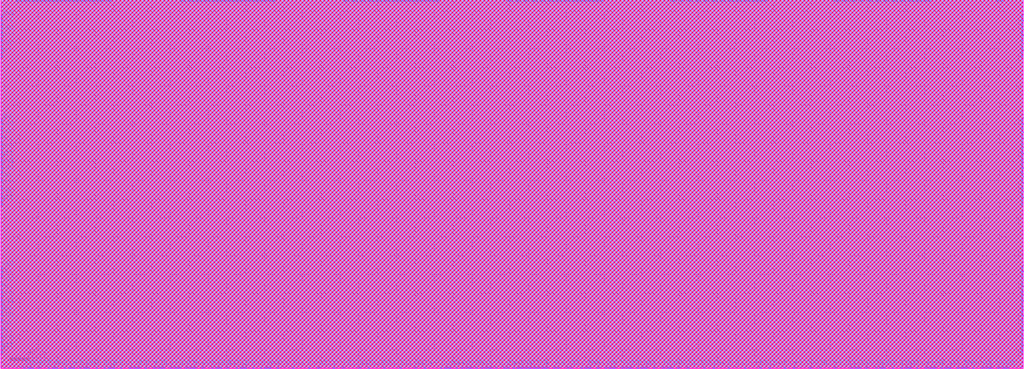
<source format=lef>
# 
#              Synchronous High Speed Single Port SRAM Compiler 
# 
#                    UMC 0.18um GenericII Logic Process
#    __________________________________________________________________________
# 
# 
#      (C) Copyright 2002-2009 Faraday Technology Corp. All Rights Reserved.
#    
#    This source code is an unpublished work belongs to Faraday Technology
#    Corp.  It is considered a trade secret and is not to be divulged or
#    used by parties who have not received written authorization from
#    Faraday Technology Corp.
#    
#    Faraday's home page can be found at:
#    http://www.faraday-tech.com/
#   
#       Module Name      : SRAM_192X32
#       Words            : 192
#       Bits             : 32
#       Byte-Write       : 1
#       Aspect Ratio     : 1
#       Output Loading   : 0.05  (pf)
#       Data Slew        : 0.02  (ns)
#       CK Slew          : 0.02  (ns)
#       Power Ring Width : 2  (um)
# 
# -----------------------------------------------------------------------------
# 
#       Library          : FSA0M_A
#       Memaker          : 200901.2.1
#       Date             : 2024/11/25 18:18:16
# 
# -----------------------------------------------------------------------------


NAMESCASESENSITIVE ON ;
MACRO SRAM_192X32
CLASS BLOCK ;
FOREIGN SRAM_192X32 0.000 0.000 ;
ORIGIN 0.000 0.000 ;
SIZE 542.500 BY 196.000 ;
SYMMETRY x y r90 ;
SITE core ;
PIN GND
  DIRECTION INOUT ;
  USE GROUND ;
  SHAPE ABUTMENT ;
 PORT
  LAYER ME4 ;
  RECT 541.380 184.580 542.500 187.820 ;
  LAYER ME3 ;
  RECT 541.380 184.580 542.500 187.820 ;
  LAYER ME2 ;
  RECT 541.380 184.580 542.500 187.820 ;
  LAYER ME1 ;
  RECT 541.380 184.580 542.500 187.820 ;
 END
 PORT
  LAYER ME4 ;
  RECT 541.380 176.740 542.500 179.980 ;
  LAYER ME3 ;
  RECT 541.380 176.740 542.500 179.980 ;
  LAYER ME2 ;
  RECT 541.380 176.740 542.500 179.980 ;
  LAYER ME1 ;
  RECT 541.380 176.740 542.500 179.980 ;
 END
 PORT
  LAYER ME4 ;
  RECT 541.380 168.900 542.500 172.140 ;
  LAYER ME3 ;
  RECT 541.380 168.900 542.500 172.140 ;
  LAYER ME2 ;
  RECT 541.380 168.900 542.500 172.140 ;
  LAYER ME1 ;
  RECT 541.380 168.900 542.500 172.140 ;
 END
 PORT
  LAYER ME4 ;
  RECT 541.380 129.700 542.500 132.940 ;
  LAYER ME3 ;
  RECT 541.380 129.700 542.500 132.940 ;
  LAYER ME2 ;
  RECT 541.380 129.700 542.500 132.940 ;
  LAYER ME1 ;
  RECT 541.380 129.700 542.500 132.940 ;
 END
 PORT
  LAYER ME4 ;
  RECT 541.380 121.860 542.500 125.100 ;
  LAYER ME3 ;
  RECT 541.380 121.860 542.500 125.100 ;
  LAYER ME2 ;
  RECT 541.380 121.860 542.500 125.100 ;
  LAYER ME1 ;
  RECT 541.380 121.860 542.500 125.100 ;
 END
 PORT
  LAYER ME4 ;
  RECT 541.380 114.020 542.500 117.260 ;
  LAYER ME3 ;
  RECT 541.380 114.020 542.500 117.260 ;
  LAYER ME2 ;
  RECT 541.380 114.020 542.500 117.260 ;
  LAYER ME1 ;
  RECT 541.380 114.020 542.500 117.260 ;
 END
 PORT
  LAYER ME4 ;
  RECT 541.380 106.180 542.500 109.420 ;
  LAYER ME3 ;
  RECT 541.380 106.180 542.500 109.420 ;
  LAYER ME2 ;
  RECT 541.380 106.180 542.500 109.420 ;
  LAYER ME1 ;
  RECT 541.380 106.180 542.500 109.420 ;
 END
 PORT
  LAYER ME4 ;
  RECT 541.380 98.340 542.500 101.580 ;
  LAYER ME3 ;
  RECT 541.380 98.340 542.500 101.580 ;
  LAYER ME2 ;
  RECT 541.380 98.340 542.500 101.580 ;
  LAYER ME1 ;
  RECT 541.380 98.340 542.500 101.580 ;
 END
 PORT
  LAYER ME4 ;
  RECT 541.380 90.500 542.500 93.740 ;
  LAYER ME3 ;
  RECT 541.380 90.500 542.500 93.740 ;
  LAYER ME2 ;
  RECT 541.380 90.500 542.500 93.740 ;
  LAYER ME1 ;
  RECT 541.380 90.500 542.500 93.740 ;
 END
 PORT
  LAYER ME4 ;
  RECT 541.380 51.300 542.500 54.540 ;
  LAYER ME3 ;
  RECT 541.380 51.300 542.500 54.540 ;
  LAYER ME2 ;
  RECT 541.380 51.300 542.500 54.540 ;
  LAYER ME1 ;
  RECT 541.380 51.300 542.500 54.540 ;
 END
 PORT
  LAYER ME4 ;
  RECT 541.380 43.460 542.500 46.700 ;
  LAYER ME3 ;
  RECT 541.380 43.460 542.500 46.700 ;
  LAYER ME2 ;
  RECT 541.380 43.460 542.500 46.700 ;
  LAYER ME1 ;
  RECT 541.380 43.460 542.500 46.700 ;
 END
 PORT
  LAYER ME4 ;
  RECT 541.380 35.620 542.500 38.860 ;
  LAYER ME3 ;
  RECT 541.380 35.620 542.500 38.860 ;
  LAYER ME2 ;
  RECT 541.380 35.620 542.500 38.860 ;
  LAYER ME1 ;
  RECT 541.380 35.620 542.500 38.860 ;
 END
 PORT
  LAYER ME4 ;
  RECT 541.380 27.780 542.500 31.020 ;
  LAYER ME3 ;
  RECT 541.380 27.780 542.500 31.020 ;
  LAYER ME2 ;
  RECT 541.380 27.780 542.500 31.020 ;
  LAYER ME1 ;
  RECT 541.380 27.780 542.500 31.020 ;
 END
 PORT
  LAYER ME4 ;
  RECT 541.380 19.940 542.500 23.180 ;
  LAYER ME3 ;
  RECT 541.380 19.940 542.500 23.180 ;
  LAYER ME2 ;
  RECT 541.380 19.940 542.500 23.180 ;
  LAYER ME1 ;
  RECT 541.380 19.940 542.500 23.180 ;
 END
 PORT
  LAYER ME4 ;
  RECT 541.380 12.100 542.500 15.340 ;
  LAYER ME3 ;
  RECT 541.380 12.100 542.500 15.340 ;
  LAYER ME2 ;
  RECT 541.380 12.100 542.500 15.340 ;
  LAYER ME1 ;
  RECT 541.380 12.100 542.500 15.340 ;
 END
 PORT
  LAYER ME4 ;
  RECT 0.000 184.580 1.120 187.820 ;
  LAYER ME3 ;
  RECT 0.000 184.580 1.120 187.820 ;
  LAYER ME2 ;
  RECT 0.000 184.580 1.120 187.820 ;
  LAYER ME1 ;
  RECT 0.000 184.580 1.120 187.820 ;
 END
 PORT
  LAYER ME4 ;
  RECT 0.000 176.740 1.120 179.980 ;
  LAYER ME3 ;
  RECT 0.000 176.740 1.120 179.980 ;
  LAYER ME2 ;
  RECT 0.000 176.740 1.120 179.980 ;
  LAYER ME1 ;
  RECT 0.000 176.740 1.120 179.980 ;
 END
 PORT
  LAYER ME4 ;
  RECT 0.000 168.900 1.120 172.140 ;
  LAYER ME3 ;
  RECT 0.000 168.900 1.120 172.140 ;
  LAYER ME2 ;
  RECT 0.000 168.900 1.120 172.140 ;
  LAYER ME1 ;
  RECT 0.000 168.900 1.120 172.140 ;
 END
 PORT
  LAYER ME4 ;
  RECT 0.000 129.700 1.120 132.940 ;
  LAYER ME3 ;
  RECT 0.000 129.700 1.120 132.940 ;
  LAYER ME2 ;
  RECT 0.000 129.700 1.120 132.940 ;
  LAYER ME1 ;
  RECT 0.000 129.700 1.120 132.940 ;
 END
 PORT
  LAYER ME4 ;
  RECT 0.000 121.860 1.120 125.100 ;
  LAYER ME3 ;
  RECT 0.000 121.860 1.120 125.100 ;
  LAYER ME2 ;
  RECT 0.000 121.860 1.120 125.100 ;
  LAYER ME1 ;
  RECT 0.000 121.860 1.120 125.100 ;
 END
 PORT
  LAYER ME4 ;
  RECT 0.000 114.020 1.120 117.260 ;
  LAYER ME3 ;
  RECT 0.000 114.020 1.120 117.260 ;
  LAYER ME2 ;
  RECT 0.000 114.020 1.120 117.260 ;
  LAYER ME1 ;
  RECT 0.000 114.020 1.120 117.260 ;
 END
 PORT
  LAYER ME4 ;
  RECT 0.000 106.180 1.120 109.420 ;
  LAYER ME3 ;
  RECT 0.000 106.180 1.120 109.420 ;
  LAYER ME2 ;
  RECT 0.000 106.180 1.120 109.420 ;
  LAYER ME1 ;
  RECT 0.000 106.180 1.120 109.420 ;
 END
 PORT
  LAYER ME4 ;
  RECT 0.000 98.340 1.120 101.580 ;
  LAYER ME3 ;
  RECT 0.000 98.340 1.120 101.580 ;
  LAYER ME2 ;
  RECT 0.000 98.340 1.120 101.580 ;
  LAYER ME1 ;
  RECT 0.000 98.340 1.120 101.580 ;
 END
 PORT
  LAYER ME4 ;
  RECT 0.000 90.500 1.120 93.740 ;
  LAYER ME3 ;
  RECT 0.000 90.500 1.120 93.740 ;
  LAYER ME2 ;
  RECT 0.000 90.500 1.120 93.740 ;
  LAYER ME1 ;
  RECT 0.000 90.500 1.120 93.740 ;
 END
 PORT
  LAYER ME4 ;
  RECT 0.000 51.300 1.120 54.540 ;
  LAYER ME3 ;
  RECT 0.000 51.300 1.120 54.540 ;
  LAYER ME2 ;
  RECT 0.000 51.300 1.120 54.540 ;
  LAYER ME1 ;
  RECT 0.000 51.300 1.120 54.540 ;
 END
 PORT
  LAYER ME4 ;
  RECT 0.000 43.460 1.120 46.700 ;
  LAYER ME3 ;
  RECT 0.000 43.460 1.120 46.700 ;
  LAYER ME2 ;
  RECT 0.000 43.460 1.120 46.700 ;
  LAYER ME1 ;
  RECT 0.000 43.460 1.120 46.700 ;
 END
 PORT
  LAYER ME4 ;
  RECT 0.000 35.620 1.120 38.860 ;
  LAYER ME3 ;
  RECT 0.000 35.620 1.120 38.860 ;
  LAYER ME2 ;
  RECT 0.000 35.620 1.120 38.860 ;
  LAYER ME1 ;
  RECT 0.000 35.620 1.120 38.860 ;
 END
 PORT
  LAYER ME4 ;
  RECT 0.000 27.780 1.120 31.020 ;
  LAYER ME3 ;
  RECT 0.000 27.780 1.120 31.020 ;
  LAYER ME2 ;
  RECT 0.000 27.780 1.120 31.020 ;
  LAYER ME1 ;
  RECT 0.000 27.780 1.120 31.020 ;
 END
 PORT
  LAYER ME4 ;
  RECT 0.000 19.940 1.120 23.180 ;
  LAYER ME3 ;
  RECT 0.000 19.940 1.120 23.180 ;
  LAYER ME2 ;
  RECT 0.000 19.940 1.120 23.180 ;
  LAYER ME1 ;
  RECT 0.000 19.940 1.120 23.180 ;
 END
 PORT
  LAYER ME4 ;
  RECT 0.000 12.100 1.120 15.340 ;
  LAYER ME3 ;
  RECT 0.000 12.100 1.120 15.340 ;
  LAYER ME2 ;
  RECT 0.000 12.100 1.120 15.340 ;
  LAYER ME1 ;
  RECT 0.000 12.100 1.120 15.340 ;
 END
 PORT
  LAYER ME4 ;
  RECT 489.580 194.880 493.120 196.000 ;
  LAYER ME3 ;
  RECT 489.580 194.880 493.120 196.000 ;
  LAYER ME2 ;
  RECT 489.580 194.880 493.120 196.000 ;
  LAYER ME1 ;
  RECT 489.580 194.880 493.120 196.000 ;
 END
 PORT
  LAYER ME4 ;
  RECT 480.900 194.880 484.440 196.000 ;
  LAYER ME3 ;
  RECT 480.900 194.880 484.440 196.000 ;
  LAYER ME2 ;
  RECT 480.900 194.880 484.440 196.000 ;
  LAYER ME1 ;
  RECT 480.900 194.880 484.440 196.000 ;
 END
 PORT
  LAYER ME4 ;
  RECT 472.220 194.880 475.760 196.000 ;
  LAYER ME3 ;
  RECT 472.220 194.880 475.760 196.000 ;
  LAYER ME2 ;
  RECT 472.220 194.880 475.760 196.000 ;
  LAYER ME1 ;
  RECT 472.220 194.880 475.760 196.000 ;
 END
 PORT
  LAYER ME4 ;
  RECT 463.540 194.880 467.080 196.000 ;
  LAYER ME3 ;
  RECT 463.540 194.880 467.080 196.000 ;
  LAYER ME2 ;
  RECT 463.540 194.880 467.080 196.000 ;
  LAYER ME1 ;
  RECT 463.540 194.880 467.080 196.000 ;
 END
 PORT
  LAYER ME4 ;
  RECT 454.860 194.880 458.400 196.000 ;
  LAYER ME3 ;
  RECT 454.860 194.880 458.400 196.000 ;
  LAYER ME2 ;
  RECT 454.860 194.880 458.400 196.000 ;
  LAYER ME1 ;
  RECT 454.860 194.880 458.400 196.000 ;
 END
 PORT
  LAYER ME4 ;
  RECT 446.180 194.880 449.720 196.000 ;
  LAYER ME3 ;
  RECT 446.180 194.880 449.720 196.000 ;
  LAYER ME2 ;
  RECT 446.180 194.880 449.720 196.000 ;
  LAYER ME1 ;
  RECT 446.180 194.880 449.720 196.000 ;
 END
 PORT
  LAYER ME4 ;
  RECT 402.780 194.880 406.320 196.000 ;
  LAYER ME3 ;
  RECT 402.780 194.880 406.320 196.000 ;
  LAYER ME2 ;
  RECT 402.780 194.880 406.320 196.000 ;
  LAYER ME1 ;
  RECT 402.780 194.880 406.320 196.000 ;
 END
 PORT
  LAYER ME4 ;
  RECT 394.100 194.880 397.640 196.000 ;
  LAYER ME3 ;
  RECT 394.100 194.880 397.640 196.000 ;
  LAYER ME2 ;
  RECT 394.100 194.880 397.640 196.000 ;
  LAYER ME1 ;
  RECT 394.100 194.880 397.640 196.000 ;
 END
 PORT
  LAYER ME4 ;
  RECT 385.420 194.880 388.960 196.000 ;
  LAYER ME3 ;
  RECT 385.420 194.880 388.960 196.000 ;
  LAYER ME2 ;
  RECT 385.420 194.880 388.960 196.000 ;
  LAYER ME1 ;
  RECT 385.420 194.880 388.960 196.000 ;
 END
 PORT
  LAYER ME4 ;
  RECT 376.740 194.880 380.280 196.000 ;
  LAYER ME3 ;
  RECT 376.740 194.880 380.280 196.000 ;
  LAYER ME2 ;
  RECT 376.740 194.880 380.280 196.000 ;
  LAYER ME1 ;
  RECT 376.740 194.880 380.280 196.000 ;
 END
 PORT
  LAYER ME4 ;
  RECT 368.060 194.880 371.600 196.000 ;
  LAYER ME3 ;
  RECT 368.060 194.880 371.600 196.000 ;
  LAYER ME2 ;
  RECT 368.060 194.880 371.600 196.000 ;
  LAYER ME1 ;
  RECT 368.060 194.880 371.600 196.000 ;
 END
 PORT
  LAYER ME4 ;
  RECT 359.380 194.880 362.920 196.000 ;
  LAYER ME3 ;
  RECT 359.380 194.880 362.920 196.000 ;
  LAYER ME2 ;
  RECT 359.380 194.880 362.920 196.000 ;
  LAYER ME1 ;
  RECT 359.380 194.880 362.920 196.000 ;
 END
 PORT
  LAYER ME4 ;
  RECT 315.980 194.880 319.520 196.000 ;
  LAYER ME3 ;
  RECT 315.980 194.880 319.520 196.000 ;
  LAYER ME2 ;
  RECT 315.980 194.880 319.520 196.000 ;
  LAYER ME1 ;
  RECT 315.980 194.880 319.520 196.000 ;
 END
 PORT
  LAYER ME4 ;
  RECT 307.300 194.880 310.840 196.000 ;
  LAYER ME3 ;
  RECT 307.300 194.880 310.840 196.000 ;
  LAYER ME2 ;
  RECT 307.300 194.880 310.840 196.000 ;
  LAYER ME1 ;
  RECT 307.300 194.880 310.840 196.000 ;
 END
 PORT
  LAYER ME4 ;
  RECT 298.620 194.880 302.160 196.000 ;
  LAYER ME3 ;
  RECT 298.620 194.880 302.160 196.000 ;
  LAYER ME2 ;
  RECT 298.620 194.880 302.160 196.000 ;
  LAYER ME1 ;
  RECT 298.620 194.880 302.160 196.000 ;
 END
 PORT
  LAYER ME4 ;
  RECT 289.940 194.880 293.480 196.000 ;
  LAYER ME3 ;
  RECT 289.940 194.880 293.480 196.000 ;
  LAYER ME2 ;
  RECT 289.940 194.880 293.480 196.000 ;
  LAYER ME1 ;
  RECT 289.940 194.880 293.480 196.000 ;
 END
 PORT
  LAYER ME4 ;
  RECT 281.260 194.880 284.800 196.000 ;
  LAYER ME3 ;
  RECT 281.260 194.880 284.800 196.000 ;
  LAYER ME2 ;
  RECT 281.260 194.880 284.800 196.000 ;
  LAYER ME1 ;
  RECT 281.260 194.880 284.800 196.000 ;
 END
 PORT
  LAYER ME4 ;
  RECT 272.580 194.880 276.120 196.000 ;
  LAYER ME3 ;
  RECT 272.580 194.880 276.120 196.000 ;
  LAYER ME2 ;
  RECT 272.580 194.880 276.120 196.000 ;
  LAYER ME1 ;
  RECT 272.580 194.880 276.120 196.000 ;
 END
 PORT
  LAYER ME4 ;
  RECT 229.180 194.880 232.720 196.000 ;
  LAYER ME3 ;
  RECT 229.180 194.880 232.720 196.000 ;
  LAYER ME2 ;
  RECT 229.180 194.880 232.720 196.000 ;
  LAYER ME1 ;
  RECT 229.180 194.880 232.720 196.000 ;
 END
 PORT
  LAYER ME4 ;
  RECT 220.500 194.880 224.040 196.000 ;
  LAYER ME3 ;
  RECT 220.500 194.880 224.040 196.000 ;
  LAYER ME2 ;
  RECT 220.500 194.880 224.040 196.000 ;
  LAYER ME1 ;
  RECT 220.500 194.880 224.040 196.000 ;
 END
 PORT
  LAYER ME4 ;
  RECT 211.820 194.880 215.360 196.000 ;
  LAYER ME3 ;
  RECT 211.820 194.880 215.360 196.000 ;
  LAYER ME2 ;
  RECT 211.820 194.880 215.360 196.000 ;
  LAYER ME1 ;
  RECT 211.820 194.880 215.360 196.000 ;
 END
 PORT
  LAYER ME4 ;
  RECT 203.140 194.880 206.680 196.000 ;
  LAYER ME3 ;
  RECT 203.140 194.880 206.680 196.000 ;
  LAYER ME2 ;
  RECT 203.140 194.880 206.680 196.000 ;
  LAYER ME1 ;
  RECT 203.140 194.880 206.680 196.000 ;
 END
 PORT
  LAYER ME4 ;
  RECT 194.460 194.880 198.000 196.000 ;
  LAYER ME3 ;
  RECT 194.460 194.880 198.000 196.000 ;
  LAYER ME2 ;
  RECT 194.460 194.880 198.000 196.000 ;
  LAYER ME1 ;
  RECT 194.460 194.880 198.000 196.000 ;
 END
 PORT
  LAYER ME4 ;
  RECT 185.780 194.880 189.320 196.000 ;
  LAYER ME3 ;
  RECT 185.780 194.880 189.320 196.000 ;
  LAYER ME2 ;
  RECT 185.780 194.880 189.320 196.000 ;
  LAYER ME1 ;
  RECT 185.780 194.880 189.320 196.000 ;
 END
 PORT
  LAYER ME4 ;
  RECT 142.380 194.880 145.920 196.000 ;
  LAYER ME3 ;
  RECT 142.380 194.880 145.920 196.000 ;
  LAYER ME2 ;
  RECT 142.380 194.880 145.920 196.000 ;
  LAYER ME1 ;
  RECT 142.380 194.880 145.920 196.000 ;
 END
 PORT
  LAYER ME4 ;
  RECT 133.700 194.880 137.240 196.000 ;
  LAYER ME3 ;
  RECT 133.700 194.880 137.240 196.000 ;
  LAYER ME2 ;
  RECT 133.700 194.880 137.240 196.000 ;
  LAYER ME1 ;
  RECT 133.700 194.880 137.240 196.000 ;
 END
 PORT
  LAYER ME4 ;
  RECT 125.020 194.880 128.560 196.000 ;
  LAYER ME3 ;
  RECT 125.020 194.880 128.560 196.000 ;
  LAYER ME2 ;
  RECT 125.020 194.880 128.560 196.000 ;
  LAYER ME1 ;
  RECT 125.020 194.880 128.560 196.000 ;
 END
 PORT
  LAYER ME4 ;
  RECT 116.340 194.880 119.880 196.000 ;
  LAYER ME3 ;
  RECT 116.340 194.880 119.880 196.000 ;
  LAYER ME2 ;
  RECT 116.340 194.880 119.880 196.000 ;
  LAYER ME1 ;
  RECT 116.340 194.880 119.880 196.000 ;
 END
 PORT
  LAYER ME4 ;
  RECT 107.660 194.880 111.200 196.000 ;
  LAYER ME3 ;
  RECT 107.660 194.880 111.200 196.000 ;
  LAYER ME2 ;
  RECT 107.660 194.880 111.200 196.000 ;
  LAYER ME1 ;
  RECT 107.660 194.880 111.200 196.000 ;
 END
 PORT
  LAYER ME4 ;
  RECT 98.980 194.880 102.520 196.000 ;
  LAYER ME3 ;
  RECT 98.980 194.880 102.520 196.000 ;
  LAYER ME2 ;
  RECT 98.980 194.880 102.520 196.000 ;
  LAYER ME1 ;
  RECT 98.980 194.880 102.520 196.000 ;
 END
 PORT
  LAYER ME4 ;
  RECT 55.580 194.880 59.120 196.000 ;
  LAYER ME3 ;
  RECT 55.580 194.880 59.120 196.000 ;
  LAYER ME2 ;
  RECT 55.580 194.880 59.120 196.000 ;
  LAYER ME1 ;
  RECT 55.580 194.880 59.120 196.000 ;
 END
 PORT
  LAYER ME4 ;
  RECT 46.900 194.880 50.440 196.000 ;
  LAYER ME3 ;
  RECT 46.900 194.880 50.440 196.000 ;
  LAYER ME2 ;
  RECT 46.900 194.880 50.440 196.000 ;
  LAYER ME1 ;
  RECT 46.900 194.880 50.440 196.000 ;
 END
 PORT
  LAYER ME4 ;
  RECT 38.220 194.880 41.760 196.000 ;
  LAYER ME3 ;
  RECT 38.220 194.880 41.760 196.000 ;
  LAYER ME2 ;
  RECT 38.220 194.880 41.760 196.000 ;
  LAYER ME1 ;
  RECT 38.220 194.880 41.760 196.000 ;
 END
 PORT
  LAYER ME4 ;
  RECT 29.540 194.880 33.080 196.000 ;
  LAYER ME3 ;
  RECT 29.540 194.880 33.080 196.000 ;
  LAYER ME2 ;
  RECT 29.540 194.880 33.080 196.000 ;
  LAYER ME1 ;
  RECT 29.540 194.880 33.080 196.000 ;
 END
 PORT
  LAYER ME4 ;
  RECT 20.860 194.880 24.400 196.000 ;
  LAYER ME3 ;
  RECT 20.860 194.880 24.400 196.000 ;
  LAYER ME2 ;
  RECT 20.860 194.880 24.400 196.000 ;
  LAYER ME1 ;
  RECT 20.860 194.880 24.400 196.000 ;
 END
 PORT
  LAYER ME4 ;
  RECT 12.180 194.880 15.720 196.000 ;
  LAYER ME3 ;
  RECT 12.180 194.880 15.720 196.000 ;
  LAYER ME2 ;
  RECT 12.180 194.880 15.720 196.000 ;
  LAYER ME1 ;
  RECT 12.180 194.880 15.720 196.000 ;
 END
 PORT
  LAYER ME4 ;
  RECT 531.120 0.000 534.660 1.120 ;
  LAYER ME3 ;
  RECT 531.120 0.000 534.660 1.120 ;
  LAYER ME2 ;
  RECT 531.120 0.000 534.660 1.120 ;
  LAYER ME1 ;
  RECT 531.120 0.000 534.660 1.120 ;
 END
 PORT
  LAYER ME4 ;
  RECT 509.420 0.000 512.960 1.120 ;
  LAYER ME3 ;
  RECT 509.420 0.000 512.960 1.120 ;
  LAYER ME2 ;
  RECT 509.420 0.000 512.960 1.120 ;
  LAYER ME1 ;
  RECT 509.420 0.000 512.960 1.120 ;
 END
 PORT
  LAYER ME4 ;
  RECT 492.680 0.000 496.220 1.120 ;
  LAYER ME3 ;
  RECT 492.680 0.000 496.220 1.120 ;
  LAYER ME2 ;
  RECT 492.680 0.000 496.220 1.120 ;
  LAYER ME1 ;
  RECT 492.680 0.000 496.220 1.120 ;
 END
 PORT
  LAYER ME4 ;
  RECT 466.020 0.000 469.560 1.120 ;
  LAYER ME3 ;
  RECT 466.020 0.000 469.560 1.120 ;
  LAYER ME2 ;
  RECT 466.020 0.000 469.560 1.120 ;
  LAYER ME1 ;
  RECT 466.020 0.000 469.560 1.120 ;
 END
 PORT
  LAYER ME4 ;
  RECT 353.180 0.000 356.720 1.120 ;
  LAYER ME3 ;
  RECT 353.180 0.000 356.720 1.120 ;
  LAYER ME2 ;
  RECT 353.180 0.000 356.720 1.120 ;
  LAYER ME1 ;
  RECT 353.180 0.000 356.720 1.120 ;
 END
 PORT
  LAYER ME4 ;
  RECT 331.480 0.000 335.020 1.120 ;
  LAYER ME3 ;
  RECT 331.480 0.000 335.020 1.120 ;
  LAYER ME2 ;
  RECT 331.480 0.000 335.020 1.120 ;
  LAYER ME1 ;
  RECT 331.480 0.000 335.020 1.120 ;
 END
 PORT
  LAYER ME4 ;
  RECT 309.780 0.000 313.320 1.120 ;
  LAYER ME3 ;
  RECT 309.780 0.000 313.320 1.120 ;
  LAYER ME2 ;
  RECT 309.780 0.000 313.320 1.120 ;
  LAYER ME1 ;
  RECT 309.780 0.000 313.320 1.120 ;
 END
 PORT
  LAYER ME4 ;
  RECT 282.500 0.000 286.040 1.120 ;
  LAYER ME3 ;
  RECT 282.500 0.000 286.040 1.120 ;
  LAYER ME2 ;
  RECT 282.500 0.000 286.040 1.120 ;
  LAYER ME1 ;
  RECT 282.500 0.000 286.040 1.120 ;
 END
 PORT
  LAYER ME4 ;
  RECT 273.820 0.000 277.360 1.120 ;
  LAYER ME3 ;
  RECT 273.820 0.000 277.360 1.120 ;
  LAYER ME2 ;
  RECT 273.820 0.000 277.360 1.120 ;
  LAYER ME1 ;
  RECT 273.820 0.000 277.360 1.120 ;
 END
 PORT
  LAYER ME4 ;
  RECT 246.540 0.000 250.080 1.120 ;
  LAYER ME3 ;
  RECT 246.540 0.000 250.080 1.120 ;
  LAYER ME2 ;
  RECT 246.540 0.000 250.080 1.120 ;
  LAYER ME1 ;
  RECT 246.540 0.000 250.080 1.120 ;
 END
 PORT
  LAYER ME4 ;
  RECT 139.900 0.000 143.440 1.120 ;
  LAYER ME3 ;
  RECT 139.900 0.000 143.440 1.120 ;
  LAYER ME2 ;
  RECT 139.900 0.000 143.440 1.120 ;
  LAYER ME1 ;
  RECT 139.900 0.000 143.440 1.120 ;
 END
 PORT
  LAYER ME4 ;
  RECT 113.860 0.000 117.400 1.120 ;
  LAYER ME3 ;
  RECT 113.860 0.000 117.400 1.120 ;
  LAYER ME2 ;
  RECT 113.860 0.000 117.400 1.120 ;
  LAYER ME1 ;
  RECT 113.860 0.000 117.400 1.120 ;
 END
 PORT
  LAYER ME4 ;
  RECT 92.160 0.000 95.700 1.120 ;
  LAYER ME3 ;
  RECT 92.160 0.000 95.700 1.120 ;
  LAYER ME2 ;
  RECT 92.160 0.000 95.700 1.120 ;
  LAYER ME1 ;
  RECT 92.160 0.000 95.700 1.120 ;
 END
 PORT
  LAYER ME4 ;
  RECT 70.460 0.000 74.000 1.120 ;
  LAYER ME3 ;
  RECT 70.460 0.000 74.000 1.120 ;
  LAYER ME2 ;
  RECT 70.460 0.000 74.000 1.120 ;
  LAYER ME1 ;
  RECT 70.460 0.000 74.000 1.120 ;
 END
 PORT
  LAYER ME4 ;
  RECT 43.800 0.000 47.340 1.120 ;
  LAYER ME3 ;
  RECT 43.800 0.000 47.340 1.120 ;
  LAYER ME2 ;
  RECT 43.800 0.000 47.340 1.120 ;
  LAYER ME1 ;
  RECT 43.800 0.000 47.340 1.120 ;
 END
 PORT
  LAYER ME4 ;
  RECT 27.060 0.000 30.600 1.120 ;
  LAYER ME3 ;
  RECT 27.060 0.000 30.600 1.120 ;
  LAYER ME2 ;
  RECT 27.060 0.000 30.600 1.120 ;
  LAYER ME1 ;
  RECT 27.060 0.000 30.600 1.120 ;
 END
END GND
PIN VCC
  DIRECTION INOUT ;
  USE POWER ;
  SHAPE ABUTMENT ;
 PORT
  LAYER ME4 ;
  RECT 541.380 180.660 542.500 183.900 ;
  LAYER ME3 ;
  RECT 541.380 180.660 542.500 183.900 ;
  LAYER ME2 ;
  RECT 541.380 180.660 542.500 183.900 ;
  LAYER ME1 ;
  RECT 541.380 180.660 542.500 183.900 ;
 END
 PORT
  LAYER ME4 ;
  RECT 541.380 172.820 542.500 176.060 ;
  LAYER ME3 ;
  RECT 541.380 172.820 542.500 176.060 ;
  LAYER ME2 ;
  RECT 541.380 172.820 542.500 176.060 ;
  LAYER ME1 ;
  RECT 541.380 172.820 542.500 176.060 ;
 END
 PORT
  LAYER ME4 ;
  RECT 541.380 164.980 542.500 168.220 ;
  LAYER ME3 ;
  RECT 541.380 164.980 542.500 168.220 ;
  LAYER ME2 ;
  RECT 541.380 164.980 542.500 168.220 ;
  LAYER ME1 ;
  RECT 541.380 164.980 542.500 168.220 ;
 END
 PORT
  LAYER ME4 ;
  RECT 541.380 125.780 542.500 129.020 ;
  LAYER ME3 ;
  RECT 541.380 125.780 542.500 129.020 ;
  LAYER ME2 ;
  RECT 541.380 125.780 542.500 129.020 ;
  LAYER ME1 ;
  RECT 541.380 125.780 542.500 129.020 ;
 END
 PORT
  LAYER ME4 ;
  RECT 541.380 117.940 542.500 121.180 ;
  LAYER ME3 ;
  RECT 541.380 117.940 542.500 121.180 ;
  LAYER ME2 ;
  RECT 541.380 117.940 542.500 121.180 ;
  LAYER ME1 ;
  RECT 541.380 117.940 542.500 121.180 ;
 END
 PORT
  LAYER ME4 ;
  RECT 541.380 110.100 542.500 113.340 ;
  LAYER ME3 ;
  RECT 541.380 110.100 542.500 113.340 ;
  LAYER ME2 ;
  RECT 541.380 110.100 542.500 113.340 ;
  LAYER ME1 ;
  RECT 541.380 110.100 542.500 113.340 ;
 END
 PORT
  LAYER ME4 ;
  RECT 541.380 102.260 542.500 105.500 ;
  LAYER ME3 ;
  RECT 541.380 102.260 542.500 105.500 ;
  LAYER ME2 ;
  RECT 541.380 102.260 542.500 105.500 ;
  LAYER ME1 ;
  RECT 541.380 102.260 542.500 105.500 ;
 END
 PORT
  LAYER ME4 ;
  RECT 541.380 94.420 542.500 97.660 ;
  LAYER ME3 ;
  RECT 541.380 94.420 542.500 97.660 ;
  LAYER ME2 ;
  RECT 541.380 94.420 542.500 97.660 ;
  LAYER ME1 ;
  RECT 541.380 94.420 542.500 97.660 ;
 END
 PORT
  LAYER ME4 ;
  RECT 541.380 86.580 542.500 89.820 ;
  LAYER ME3 ;
  RECT 541.380 86.580 542.500 89.820 ;
  LAYER ME2 ;
  RECT 541.380 86.580 542.500 89.820 ;
  LAYER ME1 ;
  RECT 541.380 86.580 542.500 89.820 ;
 END
 PORT
  LAYER ME4 ;
  RECT 541.380 47.380 542.500 50.620 ;
  LAYER ME3 ;
  RECT 541.380 47.380 542.500 50.620 ;
  LAYER ME2 ;
  RECT 541.380 47.380 542.500 50.620 ;
  LAYER ME1 ;
  RECT 541.380 47.380 542.500 50.620 ;
 END
 PORT
  LAYER ME4 ;
  RECT 541.380 39.540 542.500 42.780 ;
  LAYER ME3 ;
  RECT 541.380 39.540 542.500 42.780 ;
  LAYER ME2 ;
  RECT 541.380 39.540 542.500 42.780 ;
  LAYER ME1 ;
  RECT 541.380 39.540 542.500 42.780 ;
 END
 PORT
  LAYER ME4 ;
  RECT 541.380 31.700 542.500 34.940 ;
  LAYER ME3 ;
  RECT 541.380 31.700 542.500 34.940 ;
  LAYER ME2 ;
  RECT 541.380 31.700 542.500 34.940 ;
  LAYER ME1 ;
  RECT 541.380 31.700 542.500 34.940 ;
 END
 PORT
  LAYER ME4 ;
  RECT 541.380 23.860 542.500 27.100 ;
  LAYER ME3 ;
  RECT 541.380 23.860 542.500 27.100 ;
  LAYER ME2 ;
  RECT 541.380 23.860 542.500 27.100 ;
  LAYER ME1 ;
  RECT 541.380 23.860 542.500 27.100 ;
 END
 PORT
  LAYER ME4 ;
  RECT 541.380 16.020 542.500 19.260 ;
  LAYER ME3 ;
  RECT 541.380 16.020 542.500 19.260 ;
  LAYER ME2 ;
  RECT 541.380 16.020 542.500 19.260 ;
  LAYER ME1 ;
  RECT 541.380 16.020 542.500 19.260 ;
 END
 PORT
  LAYER ME4 ;
  RECT 541.380 8.180 542.500 11.420 ;
  LAYER ME3 ;
  RECT 541.380 8.180 542.500 11.420 ;
  LAYER ME2 ;
  RECT 541.380 8.180 542.500 11.420 ;
  LAYER ME1 ;
  RECT 541.380 8.180 542.500 11.420 ;
 END
 PORT
  LAYER ME4 ;
  RECT 0.000 180.660 1.120 183.900 ;
  LAYER ME3 ;
  RECT 0.000 180.660 1.120 183.900 ;
  LAYER ME2 ;
  RECT 0.000 180.660 1.120 183.900 ;
  LAYER ME1 ;
  RECT 0.000 180.660 1.120 183.900 ;
 END
 PORT
  LAYER ME4 ;
  RECT 0.000 172.820 1.120 176.060 ;
  LAYER ME3 ;
  RECT 0.000 172.820 1.120 176.060 ;
  LAYER ME2 ;
  RECT 0.000 172.820 1.120 176.060 ;
  LAYER ME1 ;
  RECT 0.000 172.820 1.120 176.060 ;
 END
 PORT
  LAYER ME4 ;
  RECT 0.000 164.980 1.120 168.220 ;
  LAYER ME3 ;
  RECT 0.000 164.980 1.120 168.220 ;
  LAYER ME2 ;
  RECT 0.000 164.980 1.120 168.220 ;
  LAYER ME1 ;
  RECT 0.000 164.980 1.120 168.220 ;
 END
 PORT
  LAYER ME4 ;
  RECT 0.000 125.780 1.120 129.020 ;
  LAYER ME3 ;
  RECT 0.000 125.780 1.120 129.020 ;
  LAYER ME2 ;
  RECT 0.000 125.780 1.120 129.020 ;
  LAYER ME1 ;
  RECT 0.000 125.780 1.120 129.020 ;
 END
 PORT
  LAYER ME4 ;
  RECT 0.000 117.940 1.120 121.180 ;
  LAYER ME3 ;
  RECT 0.000 117.940 1.120 121.180 ;
  LAYER ME2 ;
  RECT 0.000 117.940 1.120 121.180 ;
  LAYER ME1 ;
  RECT 0.000 117.940 1.120 121.180 ;
 END
 PORT
  LAYER ME4 ;
  RECT 0.000 110.100 1.120 113.340 ;
  LAYER ME3 ;
  RECT 0.000 110.100 1.120 113.340 ;
  LAYER ME2 ;
  RECT 0.000 110.100 1.120 113.340 ;
  LAYER ME1 ;
  RECT 0.000 110.100 1.120 113.340 ;
 END
 PORT
  LAYER ME4 ;
  RECT 0.000 102.260 1.120 105.500 ;
  LAYER ME3 ;
  RECT 0.000 102.260 1.120 105.500 ;
  LAYER ME2 ;
  RECT 0.000 102.260 1.120 105.500 ;
  LAYER ME1 ;
  RECT 0.000 102.260 1.120 105.500 ;
 END
 PORT
  LAYER ME4 ;
  RECT 0.000 94.420 1.120 97.660 ;
  LAYER ME3 ;
  RECT 0.000 94.420 1.120 97.660 ;
  LAYER ME2 ;
  RECT 0.000 94.420 1.120 97.660 ;
  LAYER ME1 ;
  RECT 0.000 94.420 1.120 97.660 ;
 END
 PORT
  LAYER ME4 ;
  RECT 0.000 86.580 1.120 89.820 ;
  LAYER ME3 ;
  RECT 0.000 86.580 1.120 89.820 ;
  LAYER ME2 ;
  RECT 0.000 86.580 1.120 89.820 ;
  LAYER ME1 ;
  RECT 0.000 86.580 1.120 89.820 ;
 END
 PORT
  LAYER ME4 ;
  RECT 0.000 47.380 1.120 50.620 ;
  LAYER ME3 ;
  RECT 0.000 47.380 1.120 50.620 ;
  LAYER ME2 ;
  RECT 0.000 47.380 1.120 50.620 ;
  LAYER ME1 ;
  RECT 0.000 47.380 1.120 50.620 ;
 END
 PORT
  LAYER ME4 ;
  RECT 0.000 39.540 1.120 42.780 ;
  LAYER ME3 ;
  RECT 0.000 39.540 1.120 42.780 ;
  LAYER ME2 ;
  RECT 0.000 39.540 1.120 42.780 ;
  LAYER ME1 ;
  RECT 0.000 39.540 1.120 42.780 ;
 END
 PORT
  LAYER ME4 ;
  RECT 0.000 31.700 1.120 34.940 ;
  LAYER ME3 ;
  RECT 0.000 31.700 1.120 34.940 ;
  LAYER ME2 ;
  RECT 0.000 31.700 1.120 34.940 ;
  LAYER ME1 ;
  RECT 0.000 31.700 1.120 34.940 ;
 END
 PORT
  LAYER ME4 ;
  RECT 0.000 23.860 1.120 27.100 ;
  LAYER ME3 ;
  RECT 0.000 23.860 1.120 27.100 ;
  LAYER ME2 ;
  RECT 0.000 23.860 1.120 27.100 ;
  LAYER ME1 ;
  RECT 0.000 23.860 1.120 27.100 ;
 END
 PORT
  LAYER ME4 ;
  RECT 0.000 16.020 1.120 19.260 ;
  LAYER ME3 ;
  RECT 0.000 16.020 1.120 19.260 ;
  LAYER ME2 ;
  RECT 0.000 16.020 1.120 19.260 ;
  LAYER ME1 ;
  RECT 0.000 16.020 1.120 19.260 ;
 END
 PORT
  LAYER ME4 ;
  RECT 0.000 8.180 1.120 11.420 ;
  LAYER ME3 ;
  RECT 0.000 8.180 1.120 11.420 ;
  LAYER ME2 ;
  RECT 0.000 8.180 1.120 11.420 ;
  LAYER ME1 ;
  RECT 0.000 8.180 1.120 11.420 ;
 END
 PORT
  LAYER ME4 ;
  RECT 528.640 194.880 532.180 196.000 ;
  LAYER ME3 ;
  RECT 528.640 194.880 532.180 196.000 ;
  LAYER ME2 ;
  RECT 528.640 194.880 532.180 196.000 ;
  LAYER ME1 ;
  RECT 528.640 194.880 532.180 196.000 ;
 END
 PORT
  LAYER ME4 ;
  RECT 485.240 194.880 488.780 196.000 ;
  LAYER ME3 ;
  RECT 485.240 194.880 488.780 196.000 ;
  LAYER ME2 ;
  RECT 485.240 194.880 488.780 196.000 ;
  LAYER ME1 ;
  RECT 485.240 194.880 488.780 196.000 ;
 END
 PORT
  LAYER ME4 ;
  RECT 476.560 194.880 480.100 196.000 ;
  LAYER ME3 ;
  RECT 476.560 194.880 480.100 196.000 ;
  LAYER ME2 ;
  RECT 476.560 194.880 480.100 196.000 ;
  LAYER ME1 ;
  RECT 476.560 194.880 480.100 196.000 ;
 END
 PORT
  LAYER ME4 ;
  RECT 467.880 194.880 471.420 196.000 ;
  LAYER ME3 ;
  RECT 467.880 194.880 471.420 196.000 ;
  LAYER ME2 ;
  RECT 467.880 194.880 471.420 196.000 ;
  LAYER ME1 ;
  RECT 467.880 194.880 471.420 196.000 ;
 END
 PORT
  LAYER ME4 ;
  RECT 459.200 194.880 462.740 196.000 ;
  LAYER ME3 ;
  RECT 459.200 194.880 462.740 196.000 ;
  LAYER ME2 ;
  RECT 459.200 194.880 462.740 196.000 ;
  LAYER ME1 ;
  RECT 459.200 194.880 462.740 196.000 ;
 END
 PORT
  LAYER ME4 ;
  RECT 450.520 194.880 454.060 196.000 ;
  LAYER ME3 ;
  RECT 450.520 194.880 454.060 196.000 ;
  LAYER ME2 ;
  RECT 450.520 194.880 454.060 196.000 ;
  LAYER ME1 ;
  RECT 450.520 194.880 454.060 196.000 ;
 END
 PORT
  LAYER ME4 ;
  RECT 441.840 194.880 445.380 196.000 ;
  LAYER ME3 ;
  RECT 441.840 194.880 445.380 196.000 ;
  LAYER ME2 ;
  RECT 441.840 194.880 445.380 196.000 ;
  LAYER ME1 ;
  RECT 441.840 194.880 445.380 196.000 ;
 END
 PORT
  LAYER ME4 ;
  RECT 398.440 194.880 401.980 196.000 ;
  LAYER ME3 ;
  RECT 398.440 194.880 401.980 196.000 ;
  LAYER ME2 ;
  RECT 398.440 194.880 401.980 196.000 ;
  LAYER ME1 ;
  RECT 398.440 194.880 401.980 196.000 ;
 END
 PORT
  LAYER ME4 ;
  RECT 389.760 194.880 393.300 196.000 ;
  LAYER ME3 ;
  RECT 389.760 194.880 393.300 196.000 ;
  LAYER ME2 ;
  RECT 389.760 194.880 393.300 196.000 ;
  LAYER ME1 ;
  RECT 389.760 194.880 393.300 196.000 ;
 END
 PORT
  LAYER ME4 ;
  RECT 381.080 194.880 384.620 196.000 ;
  LAYER ME3 ;
  RECT 381.080 194.880 384.620 196.000 ;
  LAYER ME2 ;
  RECT 381.080 194.880 384.620 196.000 ;
  LAYER ME1 ;
  RECT 381.080 194.880 384.620 196.000 ;
 END
 PORT
  LAYER ME4 ;
  RECT 372.400 194.880 375.940 196.000 ;
  LAYER ME3 ;
  RECT 372.400 194.880 375.940 196.000 ;
  LAYER ME2 ;
  RECT 372.400 194.880 375.940 196.000 ;
  LAYER ME1 ;
  RECT 372.400 194.880 375.940 196.000 ;
 END
 PORT
  LAYER ME4 ;
  RECT 363.720 194.880 367.260 196.000 ;
  LAYER ME3 ;
  RECT 363.720 194.880 367.260 196.000 ;
  LAYER ME2 ;
  RECT 363.720 194.880 367.260 196.000 ;
  LAYER ME1 ;
  RECT 363.720 194.880 367.260 196.000 ;
 END
 PORT
  LAYER ME4 ;
  RECT 355.040 194.880 358.580 196.000 ;
  LAYER ME3 ;
  RECT 355.040 194.880 358.580 196.000 ;
  LAYER ME2 ;
  RECT 355.040 194.880 358.580 196.000 ;
  LAYER ME1 ;
  RECT 355.040 194.880 358.580 196.000 ;
 END
 PORT
  LAYER ME4 ;
  RECT 311.640 194.880 315.180 196.000 ;
  LAYER ME3 ;
  RECT 311.640 194.880 315.180 196.000 ;
  LAYER ME2 ;
  RECT 311.640 194.880 315.180 196.000 ;
  LAYER ME1 ;
  RECT 311.640 194.880 315.180 196.000 ;
 END
 PORT
  LAYER ME4 ;
  RECT 302.960 194.880 306.500 196.000 ;
  LAYER ME3 ;
  RECT 302.960 194.880 306.500 196.000 ;
  LAYER ME2 ;
  RECT 302.960 194.880 306.500 196.000 ;
  LAYER ME1 ;
  RECT 302.960 194.880 306.500 196.000 ;
 END
 PORT
  LAYER ME4 ;
  RECT 294.280 194.880 297.820 196.000 ;
  LAYER ME3 ;
  RECT 294.280 194.880 297.820 196.000 ;
  LAYER ME2 ;
  RECT 294.280 194.880 297.820 196.000 ;
  LAYER ME1 ;
  RECT 294.280 194.880 297.820 196.000 ;
 END
 PORT
  LAYER ME4 ;
  RECT 285.600 194.880 289.140 196.000 ;
  LAYER ME3 ;
  RECT 285.600 194.880 289.140 196.000 ;
  LAYER ME2 ;
  RECT 285.600 194.880 289.140 196.000 ;
  LAYER ME1 ;
  RECT 285.600 194.880 289.140 196.000 ;
 END
 PORT
  LAYER ME4 ;
  RECT 276.920 194.880 280.460 196.000 ;
  LAYER ME3 ;
  RECT 276.920 194.880 280.460 196.000 ;
  LAYER ME2 ;
  RECT 276.920 194.880 280.460 196.000 ;
  LAYER ME1 ;
  RECT 276.920 194.880 280.460 196.000 ;
 END
 PORT
  LAYER ME4 ;
  RECT 268.240 194.880 271.780 196.000 ;
  LAYER ME3 ;
  RECT 268.240 194.880 271.780 196.000 ;
  LAYER ME2 ;
  RECT 268.240 194.880 271.780 196.000 ;
  LAYER ME1 ;
  RECT 268.240 194.880 271.780 196.000 ;
 END
 PORT
  LAYER ME4 ;
  RECT 224.840 194.880 228.380 196.000 ;
  LAYER ME3 ;
  RECT 224.840 194.880 228.380 196.000 ;
  LAYER ME2 ;
  RECT 224.840 194.880 228.380 196.000 ;
  LAYER ME1 ;
  RECT 224.840 194.880 228.380 196.000 ;
 END
 PORT
  LAYER ME4 ;
  RECT 216.160 194.880 219.700 196.000 ;
  LAYER ME3 ;
  RECT 216.160 194.880 219.700 196.000 ;
  LAYER ME2 ;
  RECT 216.160 194.880 219.700 196.000 ;
  LAYER ME1 ;
  RECT 216.160 194.880 219.700 196.000 ;
 END
 PORT
  LAYER ME4 ;
  RECT 207.480 194.880 211.020 196.000 ;
  LAYER ME3 ;
  RECT 207.480 194.880 211.020 196.000 ;
  LAYER ME2 ;
  RECT 207.480 194.880 211.020 196.000 ;
  LAYER ME1 ;
  RECT 207.480 194.880 211.020 196.000 ;
 END
 PORT
  LAYER ME4 ;
  RECT 198.800 194.880 202.340 196.000 ;
  LAYER ME3 ;
  RECT 198.800 194.880 202.340 196.000 ;
  LAYER ME2 ;
  RECT 198.800 194.880 202.340 196.000 ;
  LAYER ME1 ;
  RECT 198.800 194.880 202.340 196.000 ;
 END
 PORT
  LAYER ME4 ;
  RECT 190.120 194.880 193.660 196.000 ;
  LAYER ME3 ;
  RECT 190.120 194.880 193.660 196.000 ;
  LAYER ME2 ;
  RECT 190.120 194.880 193.660 196.000 ;
  LAYER ME1 ;
  RECT 190.120 194.880 193.660 196.000 ;
 END
 PORT
  LAYER ME4 ;
  RECT 181.440 194.880 184.980 196.000 ;
  LAYER ME3 ;
  RECT 181.440 194.880 184.980 196.000 ;
  LAYER ME2 ;
  RECT 181.440 194.880 184.980 196.000 ;
  LAYER ME1 ;
  RECT 181.440 194.880 184.980 196.000 ;
 END
 PORT
  LAYER ME4 ;
  RECT 138.040 194.880 141.580 196.000 ;
  LAYER ME3 ;
  RECT 138.040 194.880 141.580 196.000 ;
  LAYER ME2 ;
  RECT 138.040 194.880 141.580 196.000 ;
  LAYER ME1 ;
  RECT 138.040 194.880 141.580 196.000 ;
 END
 PORT
  LAYER ME4 ;
  RECT 129.360 194.880 132.900 196.000 ;
  LAYER ME3 ;
  RECT 129.360 194.880 132.900 196.000 ;
  LAYER ME2 ;
  RECT 129.360 194.880 132.900 196.000 ;
  LAYER ME1 ;
  RECT 129.360 194.880 132.900 196.000 ;
 END
 PORT
  LAYER ME4 ;
  RECT 120.680 194.880 124.220 196.000 ;
  LAYER ME3 ;
  RECT 120.680 194.880 124.220 196.000 ;
  LAYER ME2 ;
  RECT 120.680 194.880 124.220 196.000 ;
  LAYER ME1 ;
  RECT 120.680 194.880 124.220 196.000 ;
 END
 PORT
  LAYER ME4 ;
  RECT 112.000 194.880 115.540 196.000 ;
  LAYER ME3 ;
  RECT 112.000 194.880 115.540 196.000 ;
  LAYER ME2 ;
  RECT 112.000 194.880 115.540 196.000 ;
  LAYER ME1 ;
  RECT 112.000 194.880 115.540 196.000 ;
 END
 PORT
  LAYER ME4 ;
  RECT 103.320 194.880 106.860 196.000 ;
  LAYER ME3 ;
  RECT 103.320 194.880 106.860 196.000 ;
  LAYER ME2 ;
  RECT 103.320 194.880 106.860 196.000 ;
  LAYER ME1 ;
  RECT 103.320 194.880 106.860 196.000 ;
 END
 PORT
  LAYER ME4 ;
  RECT 94.640 194.880 98.180 196.000 ;
  LAYER ME3 ;
  RECT 94.640 194.880 98.180 196.000 ;
  LAYER ME2 ;
  RECT 94.640 194.880 98.180 196.000 ;
  LAYER ME1 ;
  RECT 94.640 194.880 98.180 196.000 ;
 END
 PORT
  LAYER ME4 ;
  RECT 51.240 194.880 54.780 196.000 ;
  LAYER ME3 ;
  RECT 51.240 194.880 54.780 196.000 ;
  LAYER ME2 ;
  RECT 51.240 194.880 54.780 196.000 ;
  LAYER ME1 ;
  RECT 51.240 194.880 54.780 196.000 ;
 END
 PORT
  LAYER ME4 ;
  RECT 42.560 194.880 46.100 196.000 ;
  LAYER ME3 ;
  RECT 42.560 194.880 46.100 196.000 ;
  LAYER ME2 ;
  RECT 42.560 194.880 46.100 196.000 ;
  LAYER ME1 ;
  RECT 42.560 194.880 46.100 196.000 ;
 END
 PORT
  LAYER ME4 ;
  RECT 33.880 194.880 37.420 196.000 ;
  LAYER ME3 ;
  RECT 33.880 194.880 37.420 196.000 ;
  LAYER ME2 ;
  RECT 33.880 194.880 37.420 196.000 ;
  LAYER ME1 ;
  RECT 33.880 194.880 37.420 196.000 ;
 END
 PORT
  LAYER ME4 ;
  RECT 25.200 194.880 28.740 196.000 ;
  LAYER ME3 ;
  RECT 25.200 194.880 28.740 196.000 ;
  LAYER ME2 ;
  RECT 25.200 194.880 28.740 196.000 ;
  LAYER ME1 ;
  RECT 25.200 194.880 28.740 196.000 ;
 END
 PORT
  LAYER ME4 ;
  RECT 16.520 194.880 20.060 196.000 ;
  LAYER ME3 ;
  RECT 16.520 194.880 20.060 196.000 ;
  LAYER ME2 ;
  RECT 16.520 194.880 20.060 196.000 ;
  LAYER ME1 ;
  RECT 16.520 194.880 20.060 196.000 ;
 END
 PORT
  LAYER ME4 ;
  RECT 7.840 194.880 11.380 196.000 ;
  LAYER ME3 ;
  RECT 7.840 194.880 11.380 196.000 ;
  LAYER ME2 ;
  RECT 7.840 194.880 11.380 196.000 ;
  LAYER ME1 ;
  RECT 7.840 194.880 11.380 196.000 ;
 END
 PORT
  LAYER ME4 ;
  RECT 522.440 0.000 525.980 1.120 ;
  LAYER ME3 ;
  RECT 522.440 0.000 525.980 1.120 ;
  LAYER ME2 ;
  RECT 522.440 0.000 525.980 1.120 ;
  LAYER ME1 ;
  RECT 522.440 0.000 525.980 1.120 ;
 END
 PORT
  LAYER ME4 ;
  RECT 500.740 0.000 504.280 1.120 ;
  LAYER ME3 ;
  RECT 500.740 0.000 504.280 1.120 ;
  LAYER ME2 ;
  RECT 500.740 0.000 504.280 1.120 ;
  LAYER ME1 ;
  RECT 500.740 0.000 504.280 1.120 ;
 END
 PORT
  LAYER ME4 ;
  RECT 479.660 0.000 483.200 1.120 ;
  LAYER ME3 ;
  RECT 479.660 0.000 483.200 1.120 ;
  LAYER ME2 ;
  RECT 479.660 0.000 483.200 1.120 ;
  LAYER ME1 ;
  RECT 479.660 0.000 483.200 1.120 ;
 END
 PORT
  LAYER ME4 ;
  RECT 453.000 0.000 456.540 1.120 ;
  LAYER ME3 ;
  RECT 453.000 0.000 456.540 1.120 ;
  LAYER ME2 ;
  RECT 453.000 0.000 456.540 1.120 ;
  LAYER ME1 ;
  RECT 453.000 0.000 456.540 1.120 ;
 END
 PORT
  LAYER ME4 ;
  RECT 339.540 0.000 343.080 1.120 ;
  LAYER ME3 ;
  RECT 339.540 0.000 343.080 1.120 ;
  LAYER ME2 ;
  RECT 339.540 0.000 343.080 1.120 ;
  LAYER ME1 ;
  RECT 339.540 0.000 343.080 1.120 ;
 END
 PORT
  LAYER ME4 ;
  RECT 322.800 0.000 326.340 1.120 ;
  LAYER ME3 ;
  RECT 322.800 0.000 326.340 1.120 ;
  LAYER ME2 ;
  RECT 322.800 0.000 326.340 1.120 ;
  LAYER ME1 ;
  RECT 322.800 0.000 326.340 1.120 ;
 END
 PORT
  LAYER ME4 ;
  RECT 286.840 0.000 290.380 1.120 ;
  LAYER ME3 ;
  RECT 286.840 0.000 290.380 1.120 ;
  LAYER ME2 ;
  RECT 286.840 0.000 290.380 1.120 ;
  LAYER ME1 ;
  RECT 286.840 0.000 290.380 1.120 ;
 END
 PORT
  LAYER ME4 ;
  RECT 278.160 0.000 281.700 1.120 ;
  LAYER ME3 ;
  RECT 278.160 0.000 281.700 1.120 ;
  LAYER ME2 ;
  RECT 278.160 0.000 281.700 1.120 ;
  LAYER ME1 ;
  RECT 278.160 0.000 281.700 1.120 ;
 END
 PORT
  LAYER ME4 ;
  RECT 257.080 0.000 260.620 1.120 ;
  LAYER ME3 ;
  RECT 257.080 0.000 260.620 1.120 ;
  LAYER ME2 ;
  RECT 257.080 0.000 260.620 1.120 ;
  LAYER ME1 ;
  RECT 257.080 0.000 260.620 1.120 ;
 END
 PORT
  LAYER ME4 ;
  RECT 235.380 0.000 238.920 1.120 ;
  LAYER ME3 ;
  RECT 235.380 0.000 238.920 1.120 ;
  LAYER ME2 ;
  RECT 235.380 0.000 238.920 1.120 ;
  LAYER ME1 ;
  RECT 235.380 0.000 238.920 1.120 ;
 END
 PORT
  LAYER ME4 ;
  RECT 126.880 0.000 130.420 1.120 ;
  LAYER ME3 ;
  RECT 126.880 0.000 130.420 1.120 ;
  LAYER ME2 ;
  RECT 126.880 0.000 130.420 1.120 ;
  LAYER ME1 ;
  RECT 126.880 0.000 130.420 1.120 ;
 END
 PORT
  LAYER ME4 ;
  RECT 100.220 0.000 103.760 1.120 ;
  LAYER ME3 ;
  RECT 100.220 0.000 103.760 1.120 ;
  LAYER ME2 ;
  RECT 100.220 0.000 103.760 1.120 ;
  LAYER ME1 ;
  RECT 100.220 0.000 103.760 1.120 ;
 END
 PORT
  LAYER ME4 ;
  RECT 83.480 0.000 87.020 1.120 ;
  LAYER ME3 ;
  RECT 83.480 0.000 87.020 1.120 ;
  LAYER ME2 ;
  RECT 83.480 0.000 87.020 1.120 ;
  LAYER ME1 ;
  RECT 83.480 0.000 87.020 1.120 ;
 END
 PORT
  LAYER ME4 ;
  RECT 56.820 0.000 60.360 1.120 ;
  LAYER ME3 ;
  RECT 56.820 0.000 60.360 1.120 ;
  LAYER ME2 ;
  RECT 56.820 0.000 60.360 1.120 ;
  LAYER ME1 ;
  RECT 56.820 0.000 60.360 1.120 ;
 END
 PORT
  LAYER ME4 ;
  RECT 35.740 0.000 39.280 1.120 ;
  LAYER ME3 ;
  RECT 35.740 0.000 39.280 1.120 ;
  LAYER ME2 ;
  RECT 35.740 0.000 39.280 1.120 ;
  LAYER ME1 ;
  RECT 35.740 0.000 39.280 1.120 ;
 END
 PORT
  LAYER ME4 ;
  RECT 14.040 0.000 17.580 1.120 ;
  LAYER ME3 ;
  RECT 14.040 0.000 17.580 1.120 ;
  LAYER ME2 ;
  RECT 14.040 0.000 17.580 1.120 ;
  LAYER ME1 ;
  RECT 14.040 0.000 17.580 1.120 ;
 END
END VCC
PIN DO31
  DIRECTION OUTPUT ;
  CAPACITANCE 0.031 ;
 PORT
  LAYER ME4 ;
  RECT 528.920 0.000 530.040 1.120 ;
  LAYER ME3 ;
  RECT 528.920 0.000 530.040 1.120 ;
  LAYER ME2 ;
  RECT 528.920 0.000 530.040 1.120 ;
  LAYER ME1 ;
  RECT 528.920 0.000 530.040 1.120 ;
 END
END DO31
PIN DI31
  DIRECTION INPUT ;
  CAPACITANCE 0.012 ;
 PORT
  LAYER ME4 ;
  RECT 520.240 0.000 521.360 1.120 ;
  LAYER ME3 ;
  RECT 520.240 0.000 521.360 1.120 ;
  LAYER ME2 ;
  RECT 520.240 0.000 521.360 1.120 ;
  LAYER ME1 ;
  RECT 520.240 0.000 521.360 1.120 ;
 END
END DI31
PIN DO30
  DIRECTION OUTPUT ;
  CAPACITANCE 0.031 ;
 PORT
  LAYER ME4 ;
  RECT 515.280 0.000 516.400 1.120 ;
  LAYER ME3 ;
  RECT 515.280 0.000 516.400 1.120 ;
  LAYER ME2 ;
  RECT 515.280 0.000 516.400 1.120 ;
  LAYER ME1 ;
  RECT 515.280 0.000 516.400 1.120 ;
 END
END DO30
PIN DI30
  DIRECTION INPUT ;
  CAPACITANCE 0.012 ;
 PORT
  LAYER ME4 ;
  RECT 507.220 0.000 508.340 1.120 ;
  LAYER ME3 ;
  RECT 507.220 0.000 508.340 1.120 ;
  LAYER ME2 ;
  RECT 507.220 0.000 508.340 1.120 ;
  LAYER ME1 ;
  RECT 507.220 0.000 508.340 1.120 ;
 END
END DI30
PIN DO29
  DIRECTION OUTPUT ;
  CAPACITANCE 0.031 ;
 PORT
  LAYER ME4 ;
  RECT 498.540 0.000 499.660 1.120 ;
  LAYER ME3 ;
  RECT 498.540 0.000 499.660 1.120 ;
  LAYER ME2 ;
  RECT 498.540 0.000 499.660 1.120 ;
  LAYER ME1 ;
  RECT 498.540 0.000 499.660 1.120 ;
 END
END DO29
PIN DI29
  DIRECTION INPUT ;
  CAPACITANCE 0.012 ;
 PORT
  LAYER ME4 ;
  RECT 490.480 0.000 491.600 1.120 ;
  LAYER ME3 ;
  RECT 490.480 0.000 491.600 1.120 ;
  LAYER ME2 ;
  RECT 490.480 0.000 491.600 1.120 ;
  LAYER ME1 ;
  RECT 490.480 0.000 491.600 1.120 ;
 END
END DI29
PIN DO28
  DIRECTION OUTPUT ;
  CAPACITANCE 0.031 ;
 PORT
  LAYER ME4 ;
  RECT 485.520 0.000 486.640 1.120 ;
  LAYER ME3 ;
  RECT 485.520 0.000 486.640 1.120 ;
  LAYER ME2 ;
  RECT 485.520 0.000 486.640 1.120 ;
  LAYER ME1 ;
  RECT 485.520 0.000 486.640 1.120 ;
 END
END DO28
PIN DI28
  DIRECTION INPUT ;
  CAPACITANCE 0.012 ;
 PORT
  LAYER ME4 ;
  RECT 477.460 0.000 478.580 1.120 ;
  LAYER ME3 ;
  RECT 477.460 0.000 478.580 1.120 ;
  LAYER ME2 ;
  RECT 477.460 0.000 478.580 1.120 ;
  LAYER ME1 ;
  RECT 477.460 0.000 478.580 1.120 ;
 END
END DI28
PIN DO27
  DIRECTION OUTPUT ;
  CAPACITANCE 0.031 ;
 PORT
  LAYER ME4 ;
  RECT 472.500 0.000 473.620 1.120 ;
  LAYER ME3 ;
  RECT 472.500 0.000 473.620 1.120 ;
  LAYER ME2 ;
  RECT 472.500 0.000 473.620 1.120 ;
  LAYER ME1 ;
  RECT 472.500 0.000 473.620 1.120 ;
 END
END DO27
PIN DI27
  DIRECTION INPUT ;
  CAPACITANCE 0.012 ;
 PORT
  LAYER ME4 ;
  RECT 463.820 0.000 464.940 1.120 ;
  LAYER ME3 ;
  RECT 463.820 0.000 464.940 1.120 ;
  LAYER ME2 ;
  RECT 463.820 0.000 464.940 1.120 ;
  LAYER ME1 ;
  RECT 463.820 0.000 464.940 1.120 ;
 END
END DI27
PIN DO26
  DIRECTION OUTPUT ;
  CAPACITANCE 0.031 ;
 PORT
  LAYER ME4 ;
  RECT 458.860 0.000 459.980 1.120 ;
  LAYER ME3 ;
  RECT 458.860 0.000 459.980 1.120 ;
  LAYER ME2 ;
  RECT 458.860 0.000 459.980 1.120 ;
  LAYER ME1 ;
  RECT 458.860 0.000 459.980 1.120 ;
 END
END DO26
PIN DI26
  DIRECTION INPUT ;
  CAPACITANCE 0.012 ;
 PORT
  LAYER ME4 ;
  RECT 450.800 0.000 451.920 1.120 ;
  LAYER ME3 ;
  RECT 450.800 0.000 451.920 1.120 ;
  LAYER ME2 ;
  RECT 450.800 0.000 451.920 1.120 ;
  LAYER ME1 ;
  RECT 450.800 0.000 451.920 1.120 ;
 END
END DI26
PIN DO25
  DIRECTION OUTPUT ;
  CAPACITANCE 0.031 ;
 PORT
  LAYER ME4 ;
  RECT 442.120 0.000 443.240 1.120 ;
  LAYER ME3 ;
  RECT 442.120 0.000 443.240 1.120 ;
  LAYER ME2 ;
  RECT 442.120 0.000 443.240 1.120 ;
  LAYER ME1 ;
  RECT 442.120 0.000 443.240 1.120 ;
 END
END DO25
PIN DI25
  DIRECTION INPUT ;
  CAPACITANCE 0.012 ;
 PORT
  LAYER ME4 ;
  RECT 434.060 0.000 435.180 1.120 ;
  LAYER ME3 ;
  RECT 434.060 0.000 435.180 1.120 ;
  LAYER ME2 ;
  RECT 434.060 0.000 435.180 1.120 ;
  LAYER ME1 ;
  RECT 434.060 0.000 435.180 1.120 ;
 END
END DI25
PIN DO24
  DIRECTION OUTPUT ;
  CAPACITANCE 0.031 ;
 PORT
  LAYER ME4 ;
  RECT 429.100 0.000 430.220 1.120 ;
  LAYER ME3 ;
  RECT 429.100 0.000 430.220 1.120 ;
  LAYER ME2 ;
  RECT 429.100 0.000 430.220 1.120 ;
  LAYER ME1 ;
  RECT 429.100 0.000 430.220 1.120 ;
 END
END DO24
PIN DI24
  DIRECTION INPUT ;
  CAPACITANCE 0.012 ;
 PORT
  LAYER ME4 ;
  RECT 420.420 0.000 421.540 1.120 ;
  LAYER ME3 ;
  RECT 420.420 0.000 421.540 1.120 ;
  LAYER ME2 ;
  RECT 420.420 0.000 421.540 1.120 ;
  LAYER ME1 ;
  RECT 420.420 0.000 421.540 1.120 ;
 END
END DI24
PIN DO23
  DIRECTION OUTPUT ;
  CAPACITANCE 0.031 ;
 PORT
  LAYER ME4 ;
  RECT 415.460 0.000 416.580 1.120 ;
  LAYER ME3 ;
  RECT 415.460 0.000 416.580 1.120 ;
  LAYER ME2 ;
  RECT 415.460 0.000 416.580 1.120 ;
  LAYER ME1 ;
  RECT 415.460 0.000 416.580 1.120 ;
 END
END DO23
PIN DI23
  DIRECTION INPUT ;
  CAPACITANCE 0.012 ;
 PORT
  LAYER ME4 ;
  RECT 407.400 0.000 408.520 1.120 ;
  LAYER ME3 ;
  RECT 407.400 0.000 408.520 1.120 ;
  LAYER ME2 ;
  RECT 407.400 0.000 408.520 1.120 ;
  LAYER ME1 ;
  RECT 407.400 0.000 408.520 1.120 ;
 END
END DI23
PIN DO22
  DIRECTION OUTPUT ;
  CAPACITANCE 0.031 ;
 PORT
  LAYER ME4 ;
  RECT 402.440 0.000 403.560 1.120 ;
  LAYER ME3 ;
  RECT 402.440 0.000 403.560 1.120 ;
  LAYER ME2 ;
  RECT 402.440 0.000 403.560 1.120 ;
  LAYER ME1 ;
  RECT 402.440 0.000 403.560 1.120 ;
 END
END DO22
PIN DI22
  DIRECTION INPUT ;
  CAPACITANCE 0.012 ;
 PORT
  LAYER ME4 ;
  RECT 394.380 0.000 395.500 1.120 ;
  LAYER ME3 ;
  RECT 394.380 0.000 395.500 1.120 ;
  LAYER ME2 ;
  RECT 394.380 0.000 395.500 1.120 ;
  LAYER ME1 ;
  RECT 394.380 0.000 395.500 1.120 ;
 END
END DI22
PIN DO21
  DIRECTION OUTPUT ;
  CAPACITANCE 0.031 ;
 PORT
  LAYER ME4 ;
  RECT 385.700 0.000 386.820 1.120 ;
  LAYER ME3 ;
  RECT 385.700 0.000 386.820 1.120 ;
  LAYER ME2 ;
  RECT 385.700 0.000 386.820 1.120 ;
  LAYER ME1 ;
  RECT 385.700 0.000 386.820 1.120 ;
 END
END DO21
PIN DI21
  DIRECTION INPUT ;
  CAPACITANCE 0.012 ;
 PORT
  LAYER ME4 ;
  RECT 377.640 0.000 378.760 1.120 ;
  LAYER ME3 ;
  RECT 377.640 0.000 378.760 1.120 ;
  LAYER ME2 ;
  RECT 377.640 0.000 378.760 1.120 ;
  LAYER ME1 ;
  RECT 377.640 0.000 378.760 1.120 ;
 END
END DI21
PIN DO20
  DIRECTION OUTPUT ;
  CAPACITANCE 0.031 ;
 PORT
  LAYER ME4 ;
  RECT 372.680 0.000 373.800 1.120 ;
  LAYER ME3 ;
  RECT 372.680 0.000 373.800 1.120 ;
  LAYER ME2 ;
  RECT 372.680 0.000 373.800 1.120 ;
  LAYER ME1 ;
  RECT 372.680 0.000 373.800 1.120 ;
 END
END DO20
PIN DI20
  DIRECTION INPUT ;
  CAPACITANCE 0.012 ;
 PORT
  LAYER ME4 ;
  RECT 364.000 0.000 365.120 1.120 ;
  LAYER ME3 ;
  RECT 364.000 0.000 365.120 1.120 ;
  LAYER ME2 ;
  RECT 364.000 0.000 365.120 1.120 ;
  LAYER ME1 ;
  RECT 364.000 0.000 365.120 1.120 ;
 END
END DI20
PIN DO19
  DIRECTION OUTPUT ;
  CAPACITANCE 0.031 ;
 PORT
  LAYER ME4 ;
  RECT 359.040 0.000 360.160 1.120 ;
  LAYER ME3 ;
  RECT 359.040 0.000 360.160 1.120 ;
  LAYER ME2 ;
  RECT 359.040 0.000 360.160 1.120 ;
  LAYER ME1 ;
  RECT 359.040 0.000 360.160 1.120 ;
 END
END DO19
PIN DI19
  DIRECTION INPUT ;
  CAPACITANCE 0.012 ;
 PORT
  LAYER ME4 ;
  RECT 350.980 0.000 352.100 1.120 ;
  LAYER ME3 ;
  RECT 350.980 0.000 352.100 1.120 ;
  LAYER ME2 ;
  RECT 350.980 0.000 352.100 1.120 ;
  LAYER ME1 ;
  RECT 350.980 0.000 352.100 1.120 ;
 END
END DI19
PIN DO18
  DIRECTION OUTPUT ;
  CAPACITANCE 0.031 ;
 PORT
  LAYER ME4 ;
  RECT 346.020 0.000 347.140 1.120 ;
  LAYER ME3 ;
  RECT 346.020 0.000 347.140 1.120 ;
  LAYER ME2 ;
  RECT 346.020 0.000 347.140 1.120 ;
  LAYER ME1 ;
  RECT 346.020 0.000 347.140 1.120 ;
 END
END DO18
PIN DI18
  DIRECTION INPUT ;
  CAPACITANCE 0.012 ;
 PORT
  LAYER ME4 ;
  RECT 337.340 0.000 338.460 1.120 ;
  LAYER ME3 ;
  RECT 337.340 0.000 338.460 1.120 ;
  LAYER ME2 ;
  RECT 337.340 0.000 338.460 1.120 ;
  LAYER ME1 ;
  RECT 337.340 0.000 338.460 1.120 ;
 END
END DI18
PIN DO17
  DIRECTION OUTPUT ;
  CAPACITANCE 0.031 ;
 PORT
  LAYER ME4 ;
  RECT 329.280 0.000 330.400 1.120 ;
  LAYER ME3 ;
  RECT 329.280 0.000 330.400 1.120 ;
  LAYER ME2 ;
  RECT 329.280 0.000 330.400 1.120 ;
  LAYER ME1 ;
  RECT 329.280 0.000 330.400 1.120 ;
 END
END DO17
PIN DI17
  DIRECTION INPUT ;
  CAPACITANCE 0.012 ;
 PORT
  LAYER ME4 ;
  RECT 320.600 0.000 321.720 1.120 ;
  LAYER ME3 ;
  RECT 320.600 0.000 321.720 1.120 ;
  LAYER ME2 ;
  RECT 320.600 0.000 321.720 1.120 ;
  LAYER ME1 ;
  RECT 320.600 0.000 321.720 1.120 ;
 END
END DI17
PIN DO16
  DIRECTION OUTPUT ;
  CAPACITANCE 0.031 ;
 PORT
  LAYER ME4 ;
  RECT 316.260 0.000 317.380 1.120 ;
  LAYER ME3 ;
  RECT 316.260 0.000 317.380 1.120 ;
  LAYER ME2 ;
  RECT 316.260 0.000 317.380 1.120 ;
  LAYER ME1 ;
  RECT 316.260 0.000 317.380 1.120 ;
 END
END DO16
PIN DI16
  DIRECTION INPUT ;
  CAPACITANCE 0.012 ;
 PORT
  LAYER ME4 ;
  RECT 307.580 0.000 308.700 1.120 ;
  LAYER ME3 ;
  RECT 307.580 0.000 308.700 1.120 ;
  LAYER ME2 ;
  RECT 307.580 0.000 308.700 1.120 ;
  LAYER ME1 ;
  RECT 307.580 0.000 308.700 1.120 ;
 END
END DI16
PIN A1
  DIRECTION INPUT ;
  CAPACITANCE 0.027 ;
 PORT
  LAYER ME4 ;
  RECT 302.000 0.000 303.120 1.120 ;
  LAYER ME3 ;
  RECT 302.000 0.000 303.120 1.120 ;
  LAYER ME2 ;
  RECT 302.000 0.000 303.120 1.120 ;
  LAYER ME1 ;
  RECT 302.000 0.000 303.120 1.120 ;
 END
END A1
PIN WEB
  DIRECTION INPUT ;
  CAPACITANCE 0.011 ;
 PORT
  LAYER ME4 ;
  RECT 300.140 0.000 301.260 1.120 ;
  LAYER ME3 ;
  RECT 300.140 0.000 301.260 1.120 ;
  LAYER ME2 ;
  RECT 300.140 0.000 301.260 1.120 ;
  LAYER ME1 ;
  RECT 300.140 0.000 301.260 1.120 ;
 END
END WEB
PIN OE
  DIRECTION INPUT ;
  CAPACITANCE 0.033 ;
 PORT
  LAYER ME4 ;
  RECT 295.180 0.000 296.300 1.120 ;
  LAYER ME3 ;
  RECT 295.180 0.000 296.300 1.120 ;
  LAYER ME2 ;
  RECT 295.180 0.000 296.300 1.120 ;
  LAYER ME1 ;
  RECT 295.180 0.000 296.300 1.120 ;
 END
END OE
PIN CS
  DIRECTION INPUT ;
  CAPACITANCE 0.123 ;
 PORT
  LAYER ME4 ;
  RECT 293.320 0.000 294.440 1.120 ;
  LAYER ME3 ;
  RECT 293.320 0.000 294.440 1.120 ;
  LAYER ME2 ;
  RECT 293.320 0.000 294.440 1.120 ;
  LAYER ME1 ;
  RECT 293.320 0.000 294.440 1.120 ;
 END
END CS
PIN A2
  DIRECTION INPUT ;
  CAPACITANCE 0.027 ;
 PORT
  LAYER ME4 ;
  RECT 271.620 0.000 272.740 1.120 ;
  LAYER ME3 ;
  RECT 271.620 0.000 272.740 1.120 ;
  LAYER ME2 ;
  RECT 271.620 0.000 272.740 1.120 ;
  LAYER ME1 ;
  RECT 271.620 0.000 272.740 1.120 ;
 END
END A2
PIN CK
  DIRECTION INPUT ;
  CAPACITANCE 0.063 ;
 PORT
  LAYER ME4 ;
  RECT 268.520 0.000 269.640 1.120 ;
  LAYER ME3 ;
  RECT 268.520 0.000 269.640 1.120 ;
  LAYER ME2 ;
  RECT 268.520 0.000 269.640 1.120 ;
  LAYER ME1 ;
  RECT 268.520 0.000 269.640 1.120 ;
 END
END CK
PIN A0
  DIRECTION INPUT ;
  CAPACITANCE 0.027 ;
 PORT
  LAYER ME4 ;
  RECT 266.660 0.000 267.780 1.120 ;
  LAYER ME3 ;
  RECT 266.660 0.000 267.780 1.120 ;
  LAYER ME2 ;
  RECT 266.660 0.000 267.780 1.120 ;
  LAYER ME1 ;
  RECT 266.660 0.000 267.780 1.120 ;
 END
END A0
PIN A3
  DIRECTION INPUT ;
  CAPACITANCE 0.027 ;
 PORT
  LAYER ME4 ;
  RECT 262.320 0.000 263.440 1.120 ;
  LAYER ME3 ;
  RECT 262.320 0.000 263.440 1.120 ;
  LAYER ME2 ;
  RECT 262.320 0.000 263.440 1.120 ;
  LAYER ME1 ;
  RECT 262.320 0.000 263.440 1.120 ;
 END
END A3
PIN A4
  DIRECTION INPUT ;
  CAPACITANCE 0.027 ;
 PORT
  LAYER ME4 ;
  RECT 254.880 0.000 256.000 1.120 ;
  LAYER ME3 ;
  RECT 254.880 0.000 256.000 1.120 ;
  LAYER ME2 ;
  RECT 254.880 0.000 256.000 1.120 ;
  LAYER ME1 ;
  RECT 254.880 0.000 256.000 1.120 ;
 END
END A4
PIN A5
  DIRECTION INPUT ;
  CAPACITANCE 0.027 ;
 PORT
  LAYER ME4 ;
  RECT 251.780 0.000 252.900 1.120 ;
  LAYER ME3 ;
  RECT 251.780 0.000 252.900 1.120 ;
  LAYER ME2 ;
  RECT 251.780 0.000 252.900 1.120 ;
  LAYER ME1 ;
  RECT 251.780 0.000 252.900 1.120 ;
 END
END A5
PIN A6
  DIRECTION INPUT ;
  CAPACITANCE 0.027 ;
 PORT
  LAYER ME4 ;
  RECT 244.340 0.000 245.460 1.120 ;
  LAYER ME3 ;
  RECT 244.340 0.000 245.460 1.120 ;
  LAYER ME2 ;
  RECT 244.340 0.000 245.460 1.120 ;
  LAYER ME1 ;
  RECT 244.340 0.000 245.460 1.120 ;
 END
END A6
PIN A7
  DIRECTION INPUT ;
  CAPACITANCE 0.027 ;
 PORT
  LAYER ME4 ;
  RECT 241.240 0.000 242.360 1.120 ;
  LAYER ME3 ;
  RECT 241.240 0.000 242.360 1.120 ;
  LAYER ME2 ;
  RECT 241.240 0.000 242.360 1.120 ;
  LAYER ME1 ;
  RECT 241.240 0.000 242.360 1.120 ;
 END
END A7
PIN DO15
  DIRECTION OUTPUT ;
  CAPACITANCE 0.031 ;
 PORT
  LAYER ME4 ;
  RECT 233.180 0.000 234.300 1.120 ;
  LAYER ME3 ;
  RECT 233.180 0.000 234.300 1.120 ;
  LAYER ME2 ;
  RECT 233.180 0.000 234.300 1.120 ;
  LAYER ME1 ;
  RECT 233.180 0.000 234.300 1.120 ;
 END
END DO15
PIN DI15
  DIRECTION INPUT ;
  CAPACITANCE 0.012 ;
 PORT
  LAYER ME4 ;
  RECT 224.500 0.000 225.620 1.120 ;
  LAYER ME3 ;
  RECT 224.500 0.000 225.620 1.120 ;
  LAYER ME2 ;
  RECT 224.500 0.000 225.620 1.120 ;
  LAYER ME1 ;
  RECT 224.500 0.000 225.620 1.120 ;
 END
END DI15
PIN DO14
  DIRECTION OUTPUT ;
  CAPACITANCE 0.031 ;
 PORT
  LAYER ME4 ;
  RECT 219.540 0.000 220.660 1.120 ;
  LAYER ME3 ;
  RECT 219.540 0.000 220.660 1.120 ;
  LAYER ME2 ;
  RECT 219.540 0.000 220.660 1.120 ;
  LAYER ME1 ;
  RECT 219.540 0.000 220.660 1.120 ;
 END
END DO14
PIN DI14
  DIRECTION INPUT ;
  CAPACITANCE 0.012 ;
 PORT
  LAYER ME4 ;
  RECT 211.480 0.000 212.600 1.120 ;
  LAYER ME3 ;
  RECT 211.480 0.000 212.600 1.120 ;
  LAYER ME2 ;
  RECT 211.480 0.000 212.600 1.120 ;
  LAYER ME1 ;
  RECT 211.480 0.000 212.600 1.120 ;
 END
END DI14
PIN DO13
  DIRECTION OUTPUT ;
  CAPACITANCE 0.031 ;
 PORT
  LAYER ME4 ;
  RECT 202.800 0.000 203.920 1.120 ;
  LAYER ME3 ;
  RECT 202.800 0.000 203.920 1.120 ;
  LAYER ME2 ;
  RECT 202.800 0.000 203.920 1.120 ;
  LAYER ME1 ;
  RECT 202.800 0.000 203.920 1.120 ;
 END
END DO13
PIN DI13
  DIRECTION INPUT ;
  CAPACITANCE 0.012 ;
 PORT
  LAYER ME4 ;
  RECT 194.740 0.000 195.860 1.120 ;
  LAYER ME3 ;
  RECT 194.740 0.000 195.860 1.120 ;
  LAYER ME2 ;
  RECT 194.740 0.000 195.860 1.120 ;
  LAYER ME1 ;
  RECT 194.740 0.000 195.860 1.120 ;
 END
END DI13
PIN DO12
  DIRECTION OUTPUT ;
  CAPACITANCE 0.031 ;
 PORT
  LAYER ME4 ;
  RECT 189.780 0.000 190.900 1.120 ;
  LAYER ME3 ;
  RECT 189.780 0.000 190.900 1.120 ;
  LAYER ME2 ;
  RECT 189.780 0.000 190.900 1.120 ;
  LAYER ME1 ;
  RECT 189.780 0.000 190.900 1.120 ;
 END
END DO12
PIN DI12
  DIRECTION INPUT ;
  CAPACITANCE 0.012 ;
 PORT
  LAYER ME4 ;
  RECT 181.100 0.000 182.220 1.120 ;
  LAYER ME3 ;
  RECT 181.100 0.000 182.220 1.120 ;
  LAYER ME2 ;
  RECT 181.100 0.000 182.220 1.120 ;
  LAYER ME1 ;
  RECT 181.100 0.000 182.220 1.120 ;
 END
END DI12
PIN DO11
  DIRECTION OUTPUT ;
  CAPACITANCE 0.031 ;
 PORT
  LAYER ME4 ;
  RECT 176.140 0.000 177.260 1.120 ;
  LAYER ME3 ;
  RECT 176.140 0.000 177.260 1.120 ;
  LAYER ME2 ;
  RECT 176.140 0.000 177.260 1.120 ;
  LAYER ME1 ;
  RECT 176.140 0.000 177.260 1.120 ;
 END
END DO11
PIN DI11
  DIRECTION INPUT ;
  CAPACITANCE 0.012 ;
 PORT
  LAYER ME4 ;
  RECT 168.080 0.000 169.200 1.120 ;
  LAYER ME3 ;
  RECT 168.080 0.000 169.200 1.120 ;
  LAYER ME2 ;
  RECT 168.080 0.000 169.200 1.120 ;
  LAYER ME1 ;
  RECT 168.080 0.000 169.200 1.120 ;
 END
END DI11
PIN DO10
  DIRECTION OUTPUT ;
  CAPACITANCE 0.031 ;
 PORT
  LAYER ME4 ;
  RECT 163.120 0.000 164.240 1.120 ;
  LAYER ME3 ;
  RECT 163.120 0.000 164.240 1.120 ;
  LAYER ME2 ;
  RECT 163.120 0.000 164.240 1.120 ;
  LAYER ME1 ;
  RECT 163.120 0.000 164.240 1.120 ;
 END
END DO10
PIN DI10
  DIRECTION INPUT ;
  CAPACITANCE 0.012 ;
 PORT
  LAYER ME4 ;
  RECT 154.440 0.000 155.560 1.120 ;
  LAYER ME3 ;
  RECT 154.440 0.000 155.560 1.120 ;
  LAYER ME2 ;
  RECT 154.440 0.000 155.560 1.120 ;
  LAYER ME1 ;
  RECT 154.440 0.000 155.560 1.120 ;
 END
END DI10
PIN DO9
  DIRECTION OUTPUT ;
  CAPACITANCE 0.031 ;
 PORT
  LAYER ME4 ;
  RECT 146.380 0.000 147.500 1.120 ;
  LAYER ME3 ;
  RECT 146.380 0.000 147.500 1.120 ;
  LAYER ME2 ;
  RECT 146.380 0.000 147.500 1.120 ;
  LAYER ME1 ;
  RECT 146.380 0.000 147.500 1.120 ;
 END
END DO9
PIN DI9
  DIRECTION INPUT ;
  CAPACITANCE 0.012 ;
 PORT
  LAYER ME4 ;
  RECT 137.700 0.000 138.820 1.120 ;
  LAYER ME3 ;
  RECT 137.700 0.000 138.820 1.120 ;
  LAYER ME2 ;
  RECT 137.700 0.000 138.820 1.120 ;
  LAYER ME1 ;
  RECT 137.700 0.000 138.820 1.120 ;
 END
END DI9
PIN DO8
  DIRECTION OUTPUT ;
  CAPACITANCE 0.031 ;
 PORT
  LAYER ME4 ;
  RECT 133.360 0.000 134.480 1.120 ;
  LAYER ME3 ;
  RECT 133.360 0.000 134.480 1.120 ;
  LAYER ME2 ;
  RECT 133.360 0.000 134.480 1.120 ;
  LAYER ME1 ;
  RECT 133.360 0.000 134.480 1.120 ;
 END
END DO8
PIN DI8
  DIRECTION INPUT ;
  CAPACITANCE 0.012 ;
 PORT
  LAYER ME4 ;
  RECT 124.680 0.000 125.800 1.120 ;
  LAYER ME3 ;
  RECT 124.680 0.000 125.800 1.120 ;
  LAYER ME2 ;
  RECT 124.680 0.000 125.800 1.120 ;
  LAYER ME1 ;
  RECT 124.680 0.000 125.800 1.120 ;
 END
END DI8
PIN DO7
  DIRECTION OUTPUT ;
  CAPACITANCE 0.031 ;
 PORT
  LAYER ME4 ;
  RECT 119.720 0.000 120.840 1.120 ;
  LAYER ME3 ;
  RECT 119.720 0.000 120.840 1.120 ;
  LAYER ME2 ;
  RECT 119.720 0.000 120.840 1.120 ;
  LAYER ME1 ;
  RECT 119.720 0.000 120.840 1.120 ;
 END
END DO7
PIN DI7
  DIRECTION INPUT ;
  CAPACITANCE 0.012 ;
 PORT
  LAYER ME4 ;
  RECT 111.660 0.000 112.780 1.120 ;
  LAYER ME3 ;
  RECT 111.660 0.000 112.780 1.120 ;
  LAYER ME2 ;
  RECT 111.660 0.000 112.780 1.120 ;
  LAYER ME1 ;
  RECT 111.660 0.000 112.780 1.120 ;
 END
END DI7
PIN DO6
  DIRECTION OUTPUT ;
  CAPACITANCE 0.031 ;
 PORT
  LAYER ME4 ;
  RECT 106.700 0.000 107.820 1.120 ;
  LAYER ME3 ;
  RECT 106.700 0.000 107.820 1.120 ;
  LAYER ME2 ;
  RECT 106.700 0.000 107.820 1.120 ;
  LAYER ME1 ;
  RECT 106.700 0.000 107.820 1.120 ;
 END
END DO6
PIN DI6
  DIRECTION INPUT ;
  CAPACITANCE 0.012 ;
 PORT
  LAYER ME4 ;
  RECT 98.020 0.000 99.140 1.120 ;
  LAYER ME3 ;
  RECT 98.020 0.000 99.140 1.120 ;
  LAYER ME2 ;
  RECT 98.020 0.000 99.140 1.120 ;
  LAYER ME1 ;
  RECT 98.020 0.000 99.140 1.120 ;
 END
END DI6
PIN DO5
  DIRECTION OUTPUT ;
  CAPACITANCE 0.031 ;
 PORT
  LAYER ME4 ;
  RECT 89.960 0.000 91.080 1.120 ;
  LAYER ME3 ;
  RECT 89.960 0.000 91.080 1.120 ;
  LAYER ME2 ;
  RECT 89.960 0.000 91.080 1.120 ;
  LAYER ME1 ;
  RECT 89.960 0.000 91.080 1.120 ;
 END
END DO5
PIN DI5
  DIRECTION INPUT ;
  CAPACITANCE 0.012 ;
 PORT
  LAYER ME4 ;
  RECT 81.280 0.000 82.400 1.120 ;
  LAYER ME3 ;
  RECT 81.280 0.000 82.400 1.120 ;
  LAYER ME2 ;
  RECT 81.280 0.000 82.400 1.120 ;
  LAYER ME1 ;
  RECT 81.280 0.000 82.400 1.120 ;
 END
END DI5
PIN DO4
  DIRECTION OUTPUT ;
  CAPACITANCE 0.031 ;
 PORT
  LAYER ME4 ;
  RECT 76.320 0.000 77.440 1.120 ;
  LAYER ME3 ;
  RECT 76.320 0.000 77.440 1.120 ;
  LAYER ME2 ;
  RECT 76.320 0.000 77.440 1.120 ;
  LAYER ME1 ;
  RECT 76.320 0.000 77.440 1.120 ;
 END
END DO4
PIN DI4
  DIRECTION INPUT ;
  CAPACITANCE 0.012 ;
 PORT
  LAYER ME4 ;
  RECT 68.260 0.000 69.380 1.120 ;
  LAYER ME3 ;
  RECT 68.260 0.000 69.380 1.120 ;
  LAYER ME2 ;
  RECT 68.260 0.000 69.380 1.120 ;
  LAYER ME1 ;
  RECT 68.260 0.000 69.380 1.120 ;
 END
END DI4
PIN DO3
  DIRECTION OUTPUT ;
  CAPACITANCE 0.031 ;
 PORT
  LAYER ME4 ;
  RECT 63.300 0.000 64.420 1.120 ;
  LAYER ME3 ;
  RECT 63.300 0.000 64.420 1.120 ;
  LAYER ME2 ;
  RECT 63.300 0.000 64.420 1.120 ;
  LAYER ME1 ;
  RECT 63.300 0.000 64.420 1.120 ;
 END
END DO3
PIN DI3
  DIRECTION INPUT ;
  CAPACITANCE 0.012 ;
 PORT
  LAYER ME4 ;
  RECT 54.620 0.000 55.740 1.120 ;
  LAYER ME3 ;
  RECT 54.620 0.000 55.740 1.120 ;
  LAYER ME2 ;
  RECT 54.620 0.000 55.740 1.120 ;
  LAYER ME1 ;
  RECT 54.620 0.000 55.740 1.120 ;
 END
END DI3
PIN DO2
  DIRECTION OUTPUT ;
  CAPACITANCE 0.031 ;
 PORT
  LAYER ME4 ;
  RECT 50.280 0.000 51.400 1.120 ;
  LAYER ME3 ;
  RECT 50.280 0.000 51.400 1.120 ;
  LAYER ME2 ;
  RECT 50.280 0.000 51.400 1.120 ;
  LAYER ME1 ;
  RECT 50.280 0.000 51.400 1.120 ;
 END
END DO2
PIN DI2
  DIRECTION INPUT ;
  CAPACITANCE 0.012 ;
 PORT
  LAYER ME4 ;
  RECT 41.600 0.000 42.720 1.120 ;
  LAYER ME3 ;
  RECT 41.600 0.000 42.720 1.120 ;
  LAYER ME2 ;
  RECT 41.600 0.000 42.720 1.120 ;
  LAYER ME1 ;
  RECT 41.600 0.000 42.720 1.120 ;
 END
END DI2
PIN DO1
  DIRECTION OUTPUT ;
  CAPACITANCE 0.031 ;
 PORT
  LAYER ME4 ;
  RECT 33.540 0.000 34.660 1.120 ;
  LAYER ME3 ;
  RECT 33.540 0.000 34.660 1.120 ;
  LAYER ME2 ;
  RECT 33.540 0.000 34.660 1.120 ;
  LAYER ME1 ;
  RECT 33.540 0.000 34.660 1.120 ;
 END
END DO1
PIN DI1
  DIRECTION INPUT ;
  CAPACITANCE 0.012 ;
 PORT
  LAYER ME4 ;
  RECT 24.860 0.000 25.980 1.120 ;
  LAYER ME3 ;
  RECT 24.860 0.000 25.980 1.120 ;
  LAYER ME2 ;
  RECT 24.860 0.000 25.980 1.120 ;
  LAYER ME1 ;
  RECT 24.860 0.000 25.980 1.120 ;
 END
END DI1
PIN DO0
  DIRECTION OUTPUT ;
  CAPACITANCE 0.031 ;
 PORT
  LAYER ME4 ;
  RECT 19.900 0.000 21.020 1.120 ;
  LAYER ME3 ;
  RECT 19.900 0.000 21.020 1.120 ;
  LAYER ME2 ;
  RECT 19.900 0.000 21.020 1.120 ;
  LAYER ME1 ;
  RECT 19.900 0.000 21.020 1.120 ;
 END
END DO0
PIN DI0
  DIRECTION INPUT ;
  CAPACITANCE 0.012 ;
 PORT
  LAYER ME4 ;
  RECT 11.840 0.000 12.960 1.120 ;
  LAYER ME3 ;
  RECT 11.840 0.000 12.960 1.120 ;
  LAYER ME2 ;
  RECT 11.840 0.000 12.960 1.120 ;
  LAYER ME1 ;
  RECT 11.840 0.000 12.960 1.120 ;
 END
END DI0
OBS
  LAYER ME1 SPACING 0.280 ;
  RECT 0.000 0.140 542.500 196.000 ;
  LAYER ME2 SPACING 0.320 ;
  RECT 0.000 0.140 542.500 196.000 ;
  LAYER ME3 SPACING 0.320 ;
  RECT 0.000 0.140 542.500 196.000 ;
  LAYER ME4 SPACING 0.600 ;
  RECT 0.000 0.140 542.500 196.000 ;
  LAYER VI1 ;
  RECT 0.000 0.140 542.500 196.000 ;
  LAYER VI2 ;
  RECT 0.000 0.140 542.500 196.000 ;
  LAYER VI3 ;
  RECT 0.000 0.140 542.500 196.000 ;
END
END SRAM_192X32
END LIBRARY




</source>
